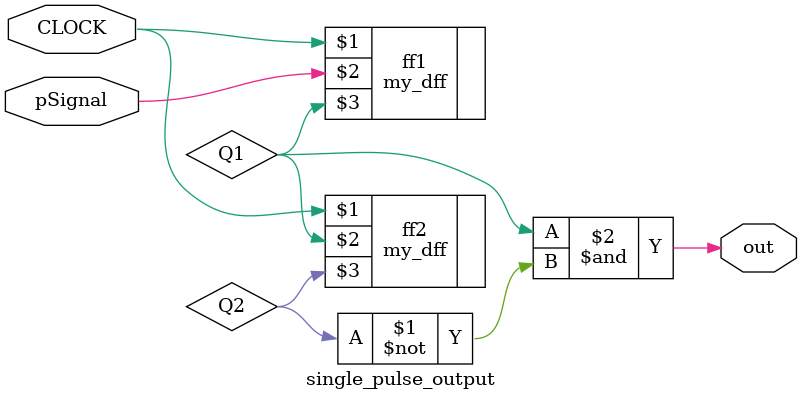
<source format=v>
`timescale 1ns / 1ps


module single_pulse_output(input pSignal, CLOCK, output out);
    
    wire Q1, Q2;

    my_dff ff1(CLOCK, pSignal, Q1);
    my_dff ff2(CLOCK, Q1, Q2);
    assign out = Q1 & ~Q2;
    
endmodule

</source>
